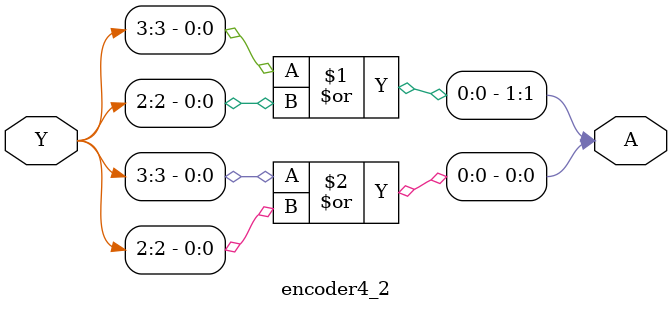
<source format=v>
module encoder4_2(A,Y);
input [3:0]Y;
output [1:0]A;

or G0(A[1], Y[3], Y[2]);
or G1(A[0], Y[3], Y[2]);
	
endmodule


</source>
